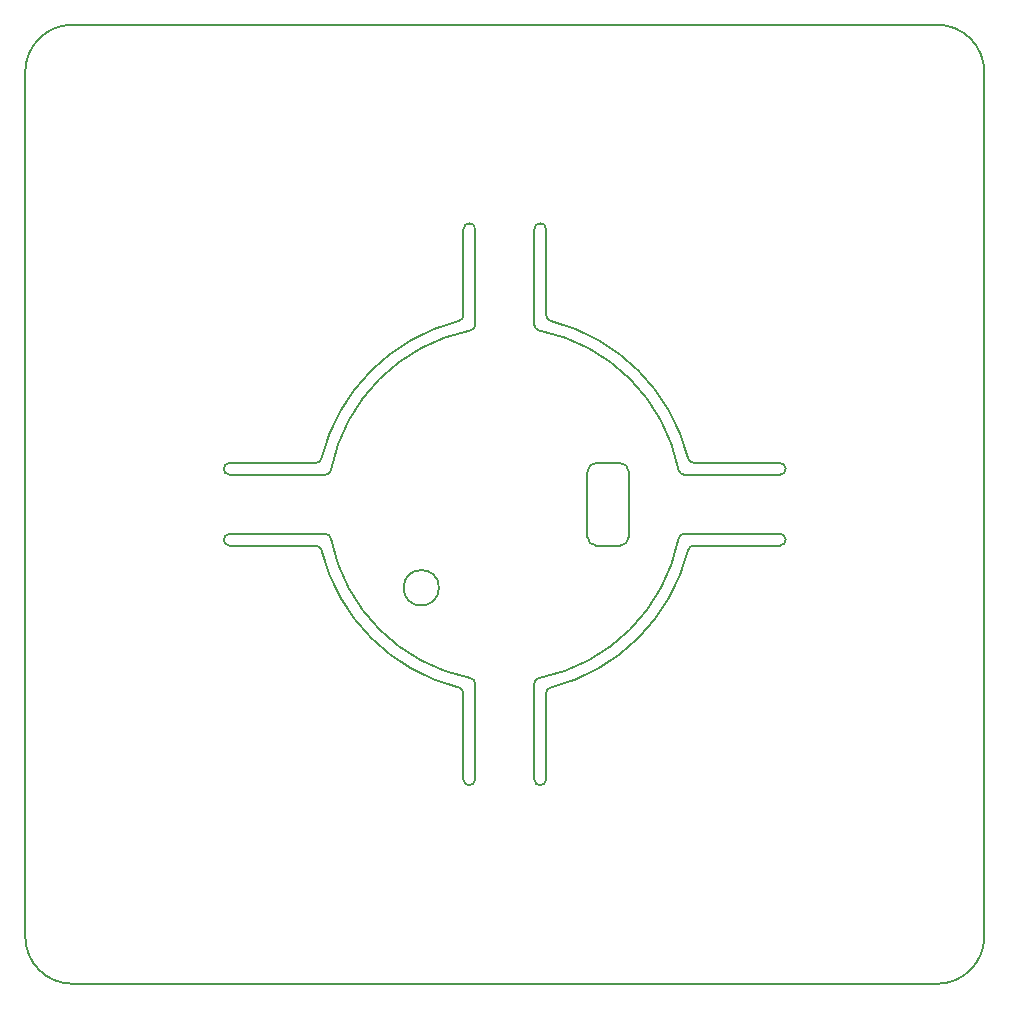
<source format=gbr>
%TF.GenerationSoftware,KiCad,Pcbnew,8.0.4*%
%TF.CreationDate,2024-09-02T15:53:00+01:00*%
%TF.ProjectId,algoritmi_foc,616c676f-7269-4746-9d69-5f666f632e6b,Andr_s Motta*%
%TF.SameCoordinates,Original*%
%TF.FileFunction,Profile,NP*%
%FSLAX46Y46*%
G04 Gerber Fmt 4.6, Leading zero omitted, Abs format (unit mm)*
G04 Created by KiCad (PCBNEW 8.0.4) date 2024-09-02 15:53:00*
%MOMM*%
%LPD*%
G01*
G04 APERTURE LIST*
%TA.AperFunction,Profile*%
%ADD10C,0.200000*%
%TD*%
G04 APERTURE END LIST*
D10*
X113116586Y-54194134D02*
G75*
G02*
X112631489Y-53815349I14J500034D01*
G01*
X100608775Y-80984332D02*
G75*
G02*
X99608775Y-80984332I-500000J0D01*
G01*
X99608776Y-34403934D02*
X99608776Y-42487227D01*
X100987563Y-42171407D02*
G75*
G02*
X100608752Y-41686323I121337J485207D01*
G01*
X60508777Y-17094133D02*
X133708776Y-17094133D01*
X120398975Y-60194133D02*
G75*
G02*
X120398975Y-61194067I25J-499967D01*
G01*
X94608777Y-42487227D02*
X94608777Y-34403934D01*
X82392416Y-54790907D02*
G75*
G02*
X94205551Y-42977775I14716354J-2903223D01*
G01*
X100608775Y-73701943D02*
G75*
G02*
X100987553Y-73216820I500125J-57D01*
G01*
X81901870Y-60194132D02*
X73818577Y-60194132D01*
X91537709Y-64765200D02*
G75*
G02*
X88537709Y-64765200I-1500000J0D01*
G01*
X88537709Y-64765200D02*
G75*
G02*
X91537709Y-64765200I1500000J0D01*
G01*
X73818577Y-61194132D02*
G75*
G02*
X73818577Y-60194068I23J500032D01*
G01*
X81901870Y-60194131D02*
G75*
G02*
X82392341Y-60597373I30J-499869D01*
G01*
X93608777Y-34403934D02*
G75*
G02*
X94608777Y-34403934I500000J0D01*
G01*
X94205550Y-72410493D02*
G75*
G02*
X94608838Y-72901039I-96650J-490507D01*
G01*
X111825136Y-60597359D02*
G75*
G02*
X100012001Y-72410496I-14716366J2903229D01*
G01*
X107608775Y-60444133D02*
G75*
G02*
X106858775Y-61194175I-749975J-67D01*
G01*
X107608775Y-60444133D02*
X107608775Y-54944134D01*
X81586051Y-53815345D02*
G75*
G02*
X93229989Y-42171410I15522719J-3878785D01*
G01*
X100987564Y-42171408D02*
G75*
G02*
X112631495Y-53815348I-3878764J-15522692D01*
G01*
X112631501Y-61572921D02*
G75*
G02*
X100987564Y-73216860I-15522721J3878781D01*
G01*
X82392414Y-54790908D02*
G75*
G02*
X81901870Y-55194076I-490514J96808D01*
G01*
X94205550Y-72410493D02*
G75*
G02*
X82392409Y-60597359I2903210J14716353D01*
G01*
X112315682Y-55194135D02*
G75*
G02*
X111825126Y-54790910I18J500035D01*
G01*
X92488776Y-98294133D02*
X60508777Y-98294132D01*
X94608778Y-42487227D02*
G75*
G02*
X94205561Y-42977825I-499978J-73D01*
G01*
X112631502Y-61572920D02*
G75*
G02*
X113116586Y-61194171I485098J-121280D01*
G01*
X100608776Y-41686323D02*
X100608776Y-34403934D01*
X56508777Y-21094133D02*
G75*
G02*
X60508777Y-17094137I3999993J3D01*
G01*
X111825137Y-60597359D02*
G75*
G02*
X112315682Y-60194170I490563J-96841D01*
G01*
X113116586Y-61194133D02*
X120398975Y-61194133D01*
X94608776Y-80984332D02*
X94608777Y-72901039D01*
X93229989Y-73216859D02*
G75*
G02*
X93608827Y-73701943I-121089J-485041D01*
G01*
X120398975Y-60194133D02*
X112315682Y-60194133D01*
X81586050Y-53815346D02*
G75*
G02*
X81100966Y-54194074I-485050J121246D01*
G01*
X94608776Y-80984332D02*
G75*
G02*
X93608776Y-80984332I-500000J0D01*
G01*
X104858775Y-61194133D02*
G75*
G02*
X104108767Y-60444133I25J750033D01*
G01*
X100608775Y-80984332D02*
X100608775Y-73701943D01*
X137708776Y-21094133D02*
X137708776Y-94294132D01*
X99608776Y-34403934D02*
G75*
G02*
X100608776Y-34403934I500000J0D01*
G01*
X81100966Y-54194133D02*
X73818577Y-54194133D01*
X100012002Y-42977773D02*
G75*
G02*
X111825129Y-54790909I-2903242J-14716367D01*
G01*
X112315682Y-55194134D02*
X120398975Y-55194134D01*
X93608777Y-34403934D02*
X93608777Y-41686323D01*
X137708776Y-94294132D02*
G75*
G02*
X133708776Y-98294176I-3999976J-68D01*
G01*
X93229988Y-73216858D02*
G75*
G02*
X81586044Y-61572922I3878812J15522758D01*
G01*
X93608777Y-41686323D02*
G75*
G02*
X93230003Y-42171464I-499977J-77D01*
G01*
X73818577Y-61194132D02*
X81100966Y-61194132D01*
X106858775Y-54194134D02*
X104858775Y-54194134D01*
X99608774Y-72901039D02*
G75*
G02*
X100012009Y-72410532I500026J-61D01*
G01*
X120398975Y-54194134D02*
G75*
G02*
X120398975Y-55194066I25J-499966D01*
G01*
X133708776Y-98294132D02*
X92488776Y-98294133D01*
X81100966Y-61194132D02*
G75*
G02*
X81586060Y-61572918I34J-499968D01*
G01*
X73818577Y-55194133D02*
X81901870Y-55194133D01*
X56508777Y-94294132D02*
X56508777Y-21094133D01*
X106858775Y-54194134D02*
G75*
G02*
X107608766Y-54944134I25J-749966D01*
G01*
X104858775Y-61194133D02*
X106858775Y-61194133D01*
X100012002Y-42977772D02*
G75*
G02*
X99608850Y-42487227I96898J490572D01*
G01*
X60508777Y-98294132D02*
G75*
G02*
X56508768Y-94294132I23J4000032D01*
G01*
X99608775Y-72901039D02*
X99608775Y-80984332D01*
X93608776Y-73701943D02*
X93608776Y-80984332D01*
X104108775Y-54944134D02*
G75*
G02*
X104858775Y-54194175I750025J-66D01*
G01*
X133708776Y-17094133D02*
G75*
G02*
X137708767Y-21094133I24J-3999967D01*
G01*
X104108775Y-54944134D02*
X104108775Y-60444133D01*
X120398975Y-54194134D02*
X113116586Y-54194134D01*
X73818577Y-55194133D02*
G75*
G02*
X73818577Y-54194067I23J500033D01*
G01*
M02*

</source>
